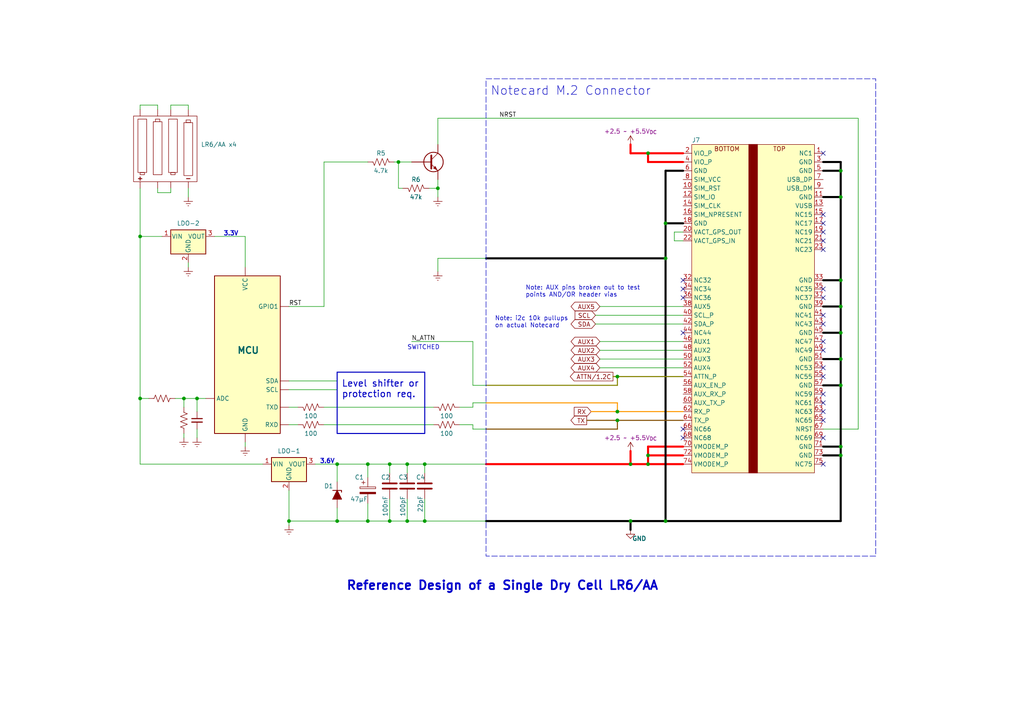
<source format=kicad_sch>
(kicad_sch (version 20230121) (generator eeschema)
  (paper "A4")
  (title_block (title "Single Dry Cell") (date "2023-07-31") (rev "A") (comment 1 "Blues Inc") (comment 2 "Heath Raftery"))
  (lib_symbols
    (symbol "Device:C" (pin_numbers hide) (pin_names (offset 0.254))
      (property "Reference" "C" (at 0.635 2.54 0))
      (property "Value" "C" (at 0.635 -2.54 0))
      (symbol "C_0_1"
        (polyline (pts (xy -2.032 -0.762) (xy 2.032 -0.762)) (stroke (width 0.508)))
        (polyline (pts (xy -2.032 0.762) (xy 2.032 0.762)) (stroke (width 0.508)))
      )
      (symbol "C_1_1"
        (pin passive line (at 0 3.81 270) (length 2.794) (name "~") (number "1"))
        (pin passive line (at 0 -3.81 90) (length 2.794) (name "~") (number "2"))
      )
    )
    (symbol "Device:C_Polarized" (pin_numbers hide) (pin_names (offset 0.254))
      (property "Reference" "C" (at 0.635 2.54 0))
      (property "Value" "C_Polarized" (at 0.635 -2.54 0))
      (symbol "C_Polarized_0_1"
        (rectangle (start -2.286 0.508) (end 2.286 1.016))
        (polyline (pts (xy -1.778 2.286) (xy -0.762 2.286)))
        (polyline (pts (xy -1.27 2.794) (xy -1.27 1.778)))
        (rectangle (start 2.286 -0.508) (end -2.286 -1.016) (fill (type outline)))
      )
      (symbol "C_Polarized_1_1"
        (pin passive line (at 0 3.81 270) (length 2.794) (name "~") (number "1"))
        (pin passive line (at 0 -3.81 90) (length 2.794) (name "~") (number "2"))
      )
    )
    (symbol "Device:C_Small" (pin_numbers hide) (pin_names (offset 0.254) hide)
      (property "Reference" "C" (at 0.254 1.778 0))
      (property "Value" "C_Small" (at 0.254 -2.032 0))
      (symbol "C_Small_0_1"
        (polyline (pts (xy -1.524 -0.508) (xy 1.524 -0.508)) (stroke (width 0.3302)))
        (polyline (pts (xy -1.524 0.508) (xy 1.524 0.508)) (stroke (width 0.3048)))
      )
      (symbol "C_Small_1_1"
        (pin passive line (at 0 2.54 270) (length 2.032) (name "~") (number "1"))
        (pin passive line (at 0 -2.54 90) (length 2.032) (name "~") (number "2"))
      )
    )
    (symbol "Device:D_Zener_Filled" (pin_numbers hide) (pin_names (offset 1.016) hide)
      (property "Reference" "D" (at 0 2.54 0))
      (property "Value" "D_Zener_Filled" (at 0 -2.54 0))
      (symbol "D_Zener_Filled_0_1"
        (polyline (pts (xy 1.27 0) (xy -1.27 0)))
        (polyline (pts (xy -1.27 -1.27) (xy -1.27 1.27) (xy -0.762 1.27)) (stroke (width 0.254)))
        (polyline (pts (xy 1.27 -1.27) (xy 1.27 1.27) (xy -1.27 0) (xy 1.27 -1.27)) (stroke (width 0.254)) (fill (type outline)))
      )
      (symbol "D_Zener_Filled_1_1"
        (pin passive line (at -3.81 0 0) (length 2.54) (name "K") (number "1"))
        (pin passive line (at 3.81 0 180) (length 2.54) (name "A") (number "2"))
      )
    )
    (symbol "Device:Q_NPN_BCE" (pin_numbers hide) (pin_names (offset 0) hide)
      (property "Reference" "Q" (at 5.08 1.27 0))
      (property "Value" "Q_NPN_BCE" (at 5.08 -1.27 0))
      (symbol "Q_NPN_BCE_0_1"
        (polyline (pts (xy 0.635 0.635) (xy 2.54 2.54)))
        (polyline (pts (xy 0.635 -0.635) (xy 2.54 -2.54) (xy 2.54 -2.54)))
        (polyline (pts (xy 0.635 1.905) (xy 0.635 -1.905) (xy 0.635 -1.905)) (stroke (width 0.508)))
        (polyline (pts (xy 1.27 -1.778) (xy 1.778 -1.27) (xy 2.286 -2.286) (xy 1.27 -1.778) (xy 1.27 -1.778)) (fill (type outline)))
        (circle (center 1.27 0) (radius 2.8194) (stroke (width 0.254)))
      )
      (symbol "Q_NPN_BCE_1_1"
        (pin input line (at -5.08 0 0) (length 5.715) (name "B") (number "1"))
        (pin passive line (at 2.54 5.08 270) (length 2.54) (name "C") (number "2"))
        (pin passive line (at 2.54 -5.08 90) (length 2.54) (name "E") (number "3"))
      )
    )
    (symbol "Device:R_US" (pin_numbers hide) (pin_names (offset 0))
      (property "Reference" "R" (at 2.54 0 90))
      (property "Value" "R_US" (at -2.54 0 90))
      (symbol "R_US_0_1"
        (polyline (pts (xy 0 -2.286) (xy 0 -2.54)))
        (polyline (pts (xy 0 2.286) (xy 0 2.54)))
        (polyline (pts (xy 0 -0.762) (xy 1.016 -1.143) (xy 0 -1.524) (xy -1.016 -1.905) (xy 0 -2.286)))
        (polyline (pts (xy 0 0.762) (xy 1.016 0.381) (xy 0 0) (xy -1.016 -0.381) (xy 0 -0.762)))
        (polyline (pts (xy 0 2.286) (xy 1.016 1.905) (xy 0 1.524) (xy -1.016 1.143) (xy 0 0.762)))
      )
      (symbol "R_US_1_1"
        (pin passive line (at 0 3.81 270) (length 1.27) (name "~") (number "1"))
        (pin passive line (at 0 -3.81 90) (length 1.27) (name "~") (number "2"))
      )
    )
    (symbol "MCU_Module:Adafruit_Feather_Generic" (pin_numbers hide)
      (property "Reference" "MCU" (at -2.54 1.27 0))
      (symbol "Adafruit_Feather_Generic_0_1"
        (rectangle (start -8.89 22.86) (end 10.16 -22.86) (stroke (width 0.254)) (fill (type background)))
      )
      (symbol "Adafruit_Feather_Generic_1_1"
        (pin output line (at 12.7 -15.24 180) (length 2.54) (name "TXD") (number "14"))
        (pin input line (at 12.7 -20.32 180) (length 2.54) (name "RXD") (number "15"))
        (pin bidirectional line (at 12.7 -7.62 180) (length 2.54) (name "SDA") (number "17"))
        (pin bidirectional line (at 12.7 -10.16 180) (length 2.54) (name "SCL") (number "18"))
        (pin power_in line (at 0 25.4 270) (length 2.54) (name "VCC") (number "2"))
        (pin power_in line (at 0 -25.4 90) (length 2.54) (name "GND") (number "4"))
        (pin bidirectional line (at -11.43 -12.7 0) (length 2.54) (name "ADC") (number "5"))
        (pin bidirectional line (at 12.7 13.97 180) (length 2.54) (name "GPIO1") (number "6"))
      )
    )
    (symbol "Regulator_Linear:AP2204R-3.3" (pin_names (offset 0.254))
      (property "Reference" "U" (at -5.08 3.175 0))
      (property "Value" "AP2204R-3.3" (at 0 3.175 0))
      (symbol "AP2204R-3.3_0_1"
        (rectangle (start -5.08 1.905) (end 5.08 -5.08) (stroke (width 0.254)) (fill (type background)))
      )
      (symbol "AP2204R-3.3_1_1"
        (pin power_in line (at -7.62 0 0) (length 2.54) (name "VIN") (number "1"))
        (pin power_in line (at 0 -7.62 90) (length 2.54) (name "GND") (number "2"))
        (pin power_out line (at 7.62 0 180) (length 2.54) (name "VOUT") (number "3"))
      )
    )
    (symbol "blues-kicad-lib:Battery" (pin_numbers hide) (pin_names (offset 0.002) hide)
      (property "Value" "LR6/AA x4" (at 8.89 -0.0025 90))
      (symbol "Battery_0_1"
        (rectangle (start -11.43 9.525) (end 6.985 -9.525))
        (rectangle (start -10.16 7.62) (end -7.62 -7.747))
        (rectangle (start -9.525 8.382) (end -8.255 7.62))
        (rectangle (start -5.715 8.636) (end -3.175 -6.858))
        (rectangle (start -5.08 -6.858) (end -3.81 -7.493))
        (rectangle (start -1.27 7.874) (end 1.27 -7.493))
        (rectangle (start -0.635 8.636) (end 0.635 7.874))
        (polyline (pts (xy -9.398 -8.636) (xy -8.382 -8.636)) (stroke (width 0.254)))
        (polyline (pts (xy 4.572 -8.636) (xy 5.588 -8.636)) (stroke (width 0.254)))
        (polyline (pts (xy 5.08 -8.128) (xy 5.08 -9.144)) (stroke (width 0.254)))
        (rectangle (start 3.175 8.636) (end 5.715 -6.858))
        (rectangle (start 3.81 -6.858) (end 5.08 -7.493))
      )
      (symbol "Battery_1_1"
        (pin power_out line (at 5.08 -11.43 90) (length 1.9) (name "+") (number "1"))
        (pin power_out line (at 5.08 11.43 270) (length 1.9) (name "-") (number "2"))
        (pin power_out line (at 0 11.43 270) (length 1.9) (name "-") (number "3"))
        (pin power_out line (at 0 -11.43 90) (length 1.9) (name "-") (number "4"))
        (pin power_out line (at -3.81 -11.43 90) (length 1.9) (name "-") (number "5"))
        (pin power_out line (at -3.81 11.43 270) (length 1.9) (name "-") (number "6"))
        (pin power_out line (at -8.89 11.43 270) (length 1.9) (name "-") (number "7"))
        (pin power_out line (at -8.89 -11.43 90) (length 1.9) (name "-") (number "8"))
      )
    )
    (symbol "blues-kicad-lib:MDT420E01001"
      (property "Reference" "J" (at -16.51 50.8 0))
      (property "Value" "MDT420E01001" (at -10.16 48.26 0))
      (symbol "MDT420E01001_0_0"
        (rectangle (start -8.89 45.72) (end -8.89 45.72))
        (rectangle (start -8.89 45.72) (end -8.89 45.72))
        (text "BOTTOM" (at -7.62 45.72 0) (effects (font (size 1.27 1.27))))
        (text "TOP" (at 7.62 45.72 0) (effects (font (size 1.27 1.27))))
      )
      (symbol "MDT420E01001_0_1"
        (rectangle (start -17.78 46.99) (end 17.78 -48.26) (fill (type background)))
        (rectangle (start -1.27 46.99) (end 1.27 -48.26) (fill (type outline)))
      )
      (symbol "MDT420E01001_1_1"
        (pin passive line (at 20.32 44.45 180) (length 2.54) (name "NC1") (number "1"))
        (pin passive line (at -20.32 34.29 0) (length 2.54) (name "SIM_RST") (number "10"))
        (pin power_in line (at 20.32 31.75 180) (length 2.54) (name "GND") (number "11"))
        (pin passive line (at -20.32 31.75 0) (length 2.54) (name "SIM_IO") (number "12"))
        (pin power_in line (at 20.32 29.21 180) (length 2.54) (name "VUSB") (number "13"))
        (pin passive line (at -20.32 29.21 0) (length 2.54) (name "SIM_CLK") (number "14"))
        (pin passive line (at 20.32 26.67 180) (length 2.54) (name "NC15") (number "15"))
        (pin passive line (at -20.32 26.67 0) (length 2.54) (name "SIM_NPRESENT") (number "16"))
        (pin passive line (at 20.32 24.13 180) (length 2.54) (name "NC17") (number "17"))
        (pin power_in line (at -20.32 24.13 0) (length 2.54) (name "GND") (number "18"))
        (pin passive line (at 20.32 21.59 180) (length 2.54) (name "NC19") (number "19"))
        (pin power_in line (at -20.32 44.45 0) (length 2.54) (name "VIO_P") (number "2"))
        (pin power_out line (at -20.32 21.59 0) (length 2.54) (name "VACT_GPS_OUT") (number "20"))
        (pin passive line (at 20.32 19.05 180) (length 2.54) (name "NC21") (number "21"))
        (pin power_in line (at -20.32 19.05 0) (length 2.54) (name "VACT_GPS_IN") (number "22"))
        (pin passive line (at 20.32 16.51 180) (length 2.54) (name "NC23") (number "23"))
        (pin power_in line (at 20.32 41.91 180) (length 2.54) (name "GND") (number "3"))
        (pin passive line (at -20.32 7.62 0) (length 2.54) (name "NC32") (number "32"))
        (pin power_in line (at 20.32 7.62 180) (length 2.54) (name "GND") (number "33"))
        (pin passive line (at -20.32 5.08 0) (length 2.54) (name "NC34") (number "34"))
        (pin passive line (at 20.32 5.08 180) (length 2.54) (name "NC35") (number "35"))
        (pin passive line (at -20.32 2.54 0) (length 2.54) (name "NC36") (number "36"))
        (pin passive line (at 20.32 2.54 180) (length 2.54) (name "NC37") (number "37"))
        (pin passive line (at -20.32 0 0) (length 2.54) (name "AUX5") (number "38"))
        (pin power_in line (at 20.32 0 180) (length 2.54) (name "GND") (number "39"))
        (pin power_in line (at -20.32 41.91 0) (length 2.54) (name "VIO_P") (number "4"))
        (pin passive line (at -20.32 -2.54 0) (length 2.54) (name "SCL_P") (number "40"))
        (pin passive line (at 20.32 -2.54 180) (length 2.54) (name "NC41") (number "41"))
        (pin passive line (at -20.32 -5.08 0) (length 2.54) (name "SDA_P") (number "42"))
        (pin passive line (at 20.32 -5.08 180) (length 2.54) (name "NC43") (number "43"))
        (pin passive line (at -20.32 -7.62 0) (length 2.54) (name "NC44") (number "44"))
        (pin power_in line (at 20.32 -7.62 180) (length 2.54) (name "GND") (number "45"))
        (pin passive line (at -20.32 -10.16 0) (length 2.54) (name "AUX1") (number "46"))
        (pin passive line (at 20.32 -10.16 180) (length 2.54) (name "NC47") (number "47"))
        (pin passive line (at -20.32 -12.7 0) (length 2.54) (name "AUX2") (number "48"))
        (pin passive line (at 20.32 -12.7 180) (length 2.54) (name "NC49") (number "49"))
        (pin power_in line (at 20.32 39.37 180) (length 2.54) (name "GND") (number "5"))
        (pin passive line (at -20.32 -15.24 0) (length 2.54) (name "AUX3") (number "50"))
        (pin power_in line (at 20.32 -15.24 180) (length 2.54) (name "GND") (number "51"))
        (pin passive line (at -20.32 -17.78 0) (length 2.54) (name "AUX4") (number "52"))
        (pin passive line (at 20.32 -17.78 180) (length 2.54) (name "NC53") (number "53"))
        (pin passive line (at -20.32 -20.32 0) (length 2.54) (name "ATTN_P") (number "54"))
        (pin passive line (at 20.32 -20.32 180) (length 2.54) (name "NC55") (number "55"))
        (pin passive line (at -20.32 -22.86 0) (length 2.54) (name "AUX_EN_P") (number "56"))
        (pin power_in line (at 20.32 -22.86 180) (length 2.54) (name "GND") (number "57"))
        (pin passive line (at -20.32 -25.4 0) (length 2.54) (name "AUX_RX_P") (number "58"))
        (pin passive line (at 20.32 -25.4 180) (length 2.54) (name "NC59") (number "59"))
        (pin power_in line (at -20.32 39.37 0) (length 2.54) (name "GND") (number "6"))
        (pin passive line (at -20.32 -27.94 0) (length 2.54) (name "AUX_TX_P") (number "60"))
        (pin passive line (at 20.32 -27.94 180) (length 2.54) (name "NC61") (number "61"))
        (pin passive line (at -20.32 -30.48 0) (length 2.54) (name "RX_P") (number "62"))
        (pin passive line (at 20.32 -30.48 180) (length 2.54) (name "NC63") (number "63"))
        (pin passive line (at -20.32 -33.02 0) (length 2.54) (name "TX_P") (number "64"))
        (pin passive line (at 20.32 -33.02 180) (length 2.54) (name "NC65") (number "65"))
        (pin passive line (at -20.32 -35.56 0) (length 2.54) (name "NC66") (number "66"))
        (pin passive line (at 20.32 -35.56 180) (length 2.54) (name "NRST") (number "67"))
        (pin passive line (at -20.32 -38.1 0) (length 2.54) (name "NC68") (number "68"))
        (pin passive line (at 20.32 -38.1 180) (length 2.54) (name "NC69") (number "69"))
        (pin passive line (at 20.32 36.83 180) (length 2.54) (name "USB_DP") (number "7"))
        (pin power_in line (at -20.32 -40.64 0) (length 2.54) (name "VMODEM_P") (number "70"))
        (pin power_in line (at 20.32 -40.64 180) (length 2.54) (name "GND") (number "71"))
        (pin power_in line (at -20.32 -43.18 0) (length 2.54) (name "VMODEM_P") (number "72"))
        (pin power_in line (at 20.32 -43.18 180) (length 2.54) (name "GND") (number "73"))
        (pin power_in line (at -20.32 -45.72 0) (length 2.54) (name "VMODEM_P") (number "74"))
        (pin passive line (at 20.32 -45.72 180) (length 2.54) (name "NC75") (number "75"))
        (pin power_out line (at -20.32 36.83 0) (length 2.54) (name "SIM_VCC") (number "8"))
        (pin passive line (at 20.32 34.29 180) (length 2.54) (name "USB_DM") (number "9"))
      )
    )
    (symbol "power:+BATT" (power) (pin_names (offset 0))
      (property "Value" "+BATT" (at 0 3.556 0))
      (symbol "+BATT_0_1"
        (polyline (pts (xy -0.762 1.27) (xy 0 2.54)))
        (polyline (pts (xy 0 0) (xy 0 2.54)))
        (polyline (pts (xy 0 2.54) (xy 0.762 1.27)))
      )
      (symbol "+BATT_1_1"
        (pin power_in line (at 0 0 90) (length 0) hide (name "+BATT") (number "1"))
      )
    )
    (symbol "power:Earth" (power) (pin_names (offset 0))
      (symbol "Earth_0_1"
        (polyline (pts (xy -0.635 -1.905) (xy 0.635 -1.905)))
        (polyline (pts (xy -0.127 -2.54) (xy 0.127 -2.54)))
        (polyline (pts (xy 0 -1.27) (xy 0 0)))
        (polyline (pts (xy 1.27 -1.27) (xy -1.27 -1.27)))
      )
      (symbol "Earth_1_1"
        (pin power_in line (at 0 0 270) (length 0) hide (name "Earth") (number "1"))
      )
    )
    (symbol "power:GND" (power) (pin_names (offset 0))
      (property "Value" "GND" (at 0 -3.81 0))
      (symbol "GND_0_1"
        (polyline (pts (xy 0 0) (xy 0 -1.27) (xy 1.27 -1.27) (xy 0 -2.54) (xy -1.27 -1.27) (xy 0 -1.27)))
      )
      (symbol "GND_1_1"
        (pin power_in line (at 0 0 270) (length 0) hide (name "GND") (number "1"))
      )
    )
    (symbol "power:VCC" (power) (pin_names (offset 0))
      (property "Value" "VCC" (at 0 3.81 0))
      (symbol "VCC_0_1"
        (polyline (pts (xy -0.762 1.27) (xy 0 2.54)))
        (polyline (pts (xy 0 0) (xy 0 2.54)))
        (polyline (pts (xy 0 2.54) (xy 0.762 1.27)))
      )
      (symbol "VCC_1_1"
        (pin power_in line (at 0 0 90) (length 0) hide (name "VCC") (number "1"))
      )
    )
  )
  (junction (at 40.64 68.58))
  (junction (at 113.03 151.13))
  (junction (at 118.11 151.13))
  (junction (at 193.04 64.77))
  (junction (at 243.84 111.76))
  (junction (at 127 54.61))
  (junction (at 97.79 151.13))
  (junction (at 243.84 132.08))
  (junction (at 243.84 129.54))
  (junction (at 243.84 96.52))
  (junction (at 243.84 57.15))
  (junction (at 187.96 44.45))
  (junction (at 243.84 104.14))
  (junction (at 243.84 88.9))
  (junction (at 40.64 115.57))
  (junction (at 118.11 134.62))
  (junction (at 179.07 109.22))
  (junction (at 106.68 134.62))
  (junction (at 83.82 151.13))
  (junction (at 182.88 134.62))
  (junction (at 115.57 46.99))
  (junction (at 97.79 134.62))
  (junction (at 123.19 134.62))
  (junction (at 179.07 119.38))
  (junction (at 243.84 81.28))
  (junction (at 53.34 115.57))
  (junction (at 179.07 121.92))
  (junction (at 182.88 151.13))
  (junction (at 193.04 74.93))
  (junction (at 123.19 151.13))
  (junction (at 243.84 49.53))
  (junction (at 187.96 132.08))
  (junction (at 113.03 134.62))
  (junction (at 193.04 151.13))
  (junction (at 106.68 151.13))
  (junction (at 187.96 134.62))
  (junction (at 57.15 115.57))
  (no_connect (at 198.12 124.46))
  (no_connect (at 238.76 72.39))
  (no_connect (at 198.12 81.28))
  (no_connect (at 198.12 96.52))
  (no_connect (at 238.76 44.45))
  (no_connect (at 238.76 99.06))
  (no_connect (at 238.76 119.38))
  (no_connect (at 238.76 101.6))
  (no_connect (at 198.12 127))
  (no_connect (at 238.76 64.77))
  (no_connect (at 238.76 69.85))
  (no_connect (at 198.12 83.82))
  (no_connect (at 238.76 116.84))
  (no_connect (at 238.76 91.44))
  (no_connect (at 238.76 93.98))
  (no_connect (at 238.76 134.62))
  (no_connect (at 238.76 121.92))
  (no_connect (at 198.12 86.36))
  (no_connect (at 238.76 127))
  (no_connect (at 238.76 106.68))
  (no_connect (at 238.76 114.3))
  (no_connect (at 238.76 109.22))
  (no_connect (at 238.76 86.36))
  (no_connect (at 238.76 83.82))
  (no_connect (at 238.76 67.31))
  (no_connect (at 238.76 62.23))
  (wire (pts (xy 133.35 123.19) (xy 137.16 123.19)))
  (wire (pts (xy 127 34.29) (xy 127 41.91)))
  (wire (pts (xy 182.88 130.81) (xy 182.88 134.62)) (stroke (width 0.6) (color 255 0 0 1)))
  (wire (pts (xy 71.12 128.27) (xy 71.12 129.54)))
  (wire (pts (xy 106.68 151.13) (xy 113.03 151.13)))
  (wire (pts (xy 238.76 81.28) (xy 243.84 81.28)) (stroke (width 0.6) (color 0 0 0 1)))
  (wire (pts (xy 238.76 104.14) (xy 243.84 104.14)) (stroke (width 0.6) (color 0 0 0 1)))
  (wire (pts (xy 91.44 134.62) (xy 97.79 134.62)))
  (wire (pts (xy 97.79 147.32) (xy 97.79 151.13)))
  (wire (pts (xy 118.11 144.78) (xy 118.11 151.13)))
  (wire (pts (xy 83.82 118.11) (xy 86.36 118.11)))
  (wire (pts (xy 114.3 46.99) (xy 115.57 46.99)))
  (wire (pts (xy 195.58 67.31) (xy 195.58 69.85)))
  (wire (pts (xy 137.16 124.46) (xy 140.97 124.46)))
  (wire (pts (xy 243.84 129.54) (xy 243.84 132.08)) (stroke (width 0.6) (color 0 0 0 1)))
  (wire (pts (xy 170.18 121.92) (xy 179.07 121.92)) (stroke (width 0.3) (color 128 77 0 1)))
  (wire (pts (xy 127 52.07) (xy 127 54.61)))
  (wire (pts (xy 113.03 134.62) (xy 118.11 134.62)))
  (wire (pts (xy 137.16 116.84) (xy 140.97 116.84)))
  (wire (pts (xy 115.57 46.99) (xy 115.57 54.61)))
  (wire (pts (xy 57.15 115.57) (xy 53.34 115.57)))
  (wire (pts (xy 113.03 151.13) (xy 118.11 151.13)))
  (wire (pts (xy 118.11 134.62) (xy 118.11 137.16)))
  (wire (pts (xy 119.38 46.99) (xy 115.57 46.99)))
  (wire (pts (xy 243.84 111.76) (xy 243.84 129.54)) (stroke (width 0.6) (color 0 0 0 1)))
  (wire (pts (xy 182.88 151.13) (xy 193.04 151.13)) (stroke (width 0.6) (color 0 0 0 1)))
  (wire (pts (xy 177.8 109.22) (xy 179.07 109.22)) (stroke (width 0.3) (color 132 132 0 1)))
  (wire (pts (xy 137.16 111.76) (xy 140.97 111.76)))
  (wire (pts (xy 127 78.74) (xy 127 74.93)))
  (wire (pts (xy 238.76 96.52) (xy 243.84 96.52)) (stroke (width 0.6) (color 0 0 0 1)))
  (wire (pts (xy 106.68 134.62) (xy 106.68 138.43)))
  (wire (pts (xy 238.76 46.99) (xy 243.84 46.99)) (stroke (width 0.6) (color 0 0 0 1)))
  (wire (pts (xy 57.15 124.46) (xy 57.15 127)))
  (wire (pts (xy 182.88 44.45) (xy 187.96 44.45)) (stroke (width 0.6) (color 255 0 0 1)))
  (wire (pts (xy 57.15 119.38) (xy 57.15 115.57)))
  (wire (pts (xy 54.61 30.48) (xy 54.61 31.75)))
  (wire (pts (xy 182.88 44.45) (xy 182.88 41.91)) (stroke (width 0.6) (color 255 0 0 1)))
  (wire (pts (xy 171.45 119.38) (xy 179.07 119.38)) (stroke (width 0.3) (color 255 153 0 1)))
  (wire (pts (xy 193.04 151.13) (xy 243.84 151.13)) (stroke (width 0.6) (color 0 0 0 1)))
  (wire (pts (xy 243.84 88.9) (xy 243.84 96.52)) (stroke (width 0.6) (color 0 0 0 1)))
  (wire (pts (xy 83.82 88.9) (xy 93.98 88.9)))
  (wire (pts (xy 83.82 110.49) (xy 97.79 110.49)))
  (wire (pts (xy 179.07 121.92) (xy 198.12 121.92)) (stroke (width 0.3) (color 128 77 0 1)))
  (wire (pts (xy 243.84 49.53) (xy 243.84 57.15)) (stroke (width 0.6) (color 0 0 0 1)))
  (wire (pts (xy 173.99 99.06) (xy 198.12 99.06)))
  (wire (pts (xy 173.99 106.68) (xy 198.12 106.68)))
  (wire (pts (xy 193.04 64.77) (xy 193.04 74.93)) (stroke (width 0.6) (color 0 0 0 1)))
  (wire (pts (xy 40.64 68.58) (xy 40.64 115.57)))
  (wire (pts (xy 83.82 151.13) (xy 97.79 151.13)))
  (wire (pts (xy 45.72 54.61) (xy 45.72 55.88)))
  (wire (pts (xy 238.76 111.76) (xy 243.84 111.76)) (stroke (width 0.6) (color 0 0 0 1)))
  (wire (pts (xy 113.03 134.62) (xy 113.03 137.16)))
  (wire (pts (xy 187.96 129.54) (xy 187.96 132.08)) (stroke (width 0.6) (color 255 0 0 1)))
  (wire (pts (xy 179.07 119.38) (xy 198.12 119.38)) (stroke (width 0.3) (color 255 153 0 1)))
  (wire (pts (xy 40.64 115.57) (xy 43.18 115.57)))
  (wire (pts (xy 71.12 68.58) (xy 71.12 77.47)))
  (wire (pts (xy 54.61 54.61) (xy 54.61 57.15)))
  (wire (pts (xy 238.76 57.15) (xy 243.84 57.15)) (stroke (width 0.6) (color 0 0 0 1)))
  (wire (pts (xy 118.11 134.62) (xy 123.19 134.62)))
  (wire (pts (xy 182.88 134.62) (xy 187.96 134.62)) (stroke (width 0.6) (color 255 0 0 1)))
  (wire (pts (xy 243.84 57.15) (xy 243.84 81.28)) (stroke (width 0.6) (color 0 0 0 1)))
  (wire (pts (xy 140.97 134.62) (xy 182.88 134.62)) (stroke (width 0.6) (color 255 0 0 1)))
  (wire (pts (xy 133.35 118.11) (xy 137.16 118.11)))
  (wire (pts (xy 49.53 55.88) (xy 45.72 55.88)))
  (wire (pts (xy 172.72 91.44) (xy 198.12 91.44)))
  (wire (pts (xy 137.16 118.11) (xy 137.16 116.84)))
  (wire (pts (xy 83.82 123.19) (xy 86.36 123.19)))
  (wire (pts (xy 123.19 144.78) (xy 123.19 151.13)))
  (wire (pts (xy 187.96 134.62) (xy 198.12 134.62)) (stroke (width 0.6) (color 255 0 0 1)))
  (wire (pts (xy 198.12 46.99) (xy 187.96 46.99)) (stroke (width 0.6) (color 255 0 0 1)))
  (wire (pts (xy 123.19 134.62) (xy 140.97 134.62)))
  (wire (pts (xy 187.96 132.08) (xy 198.12 132.08)) (stroke (width 0.6) (color 255 0 0 1)))
  (wire (pts (xy 83.82 151.13) (xy 83.82 152.4)))
  (wire (pts (xy 40.64 134.62) (xy 40.64 115.57)))
  (wire (pts (xy 93.98 118.11) (xy 125.73 118.11)))
  (wire (pts (xy 54.61 76.2) (xy 54.61 77.47)))
  (wire (pts (xy 137.16 99.06) (xy 137.16 111.76)))
  (wire (pts (xy 243.84 46.99) (xy 243.84 49.53)) (stroke (width 0.6) (color 0 0 0 1)))
  (wire (pts (xy 62.23 68.58) (xy 71.12 68.58)))
  (wire (pts (xy 113.03 144.78) (xy 113.03 151.13)))
  (wire (pts (xy 97.79 151.13) (xy 106.68 151.13)))
  (wire (pts (xy 172.72 93.98) (xy 198.12 93.98)))
  (wire (pts (xy 127 57.15) (xy 127 54.61)))
  (wire (pts (xy 198.12 67.31) (xy 195.58 67.31)))
  (wire (pts (xy 243.84 132.08) (xy 243.84 151.13)) (stroke (width 0.6) (color 0 0 0 1)))
  (wire (pts (xy 238.76 88.9) (xy 243.84 88.9)) (stroke (width 0.6) (color 0 0 0 1)))
  (wire (pts (xy 40.64 54.61) (xy 40.64 68.58)))
  (wire (pts (xy 248.92 124.46) (xy 248.92 34.29)))
  (wire (pts (xy 140.97 111.76) (xy 179.07 111.76)) (stroke (width 0.3) (color 132 132 0 1)))
  (wire (pts (xy 243.84 104.14) (xy 243.84 111.76)) (stroke (width 0.6) (color 0 0 0 1)))
  (wire (pts (xy 106.68 134.62) (xy 113.03 134.62)))
  (wire (pts (xy 173.99 101.6) (xy 198.12 101.6)))
  (wire (pts (xy 125.73 123.19) (xy 93.98 123.19)))
  (wire (pts (xy 195.58 69.85) (xy 198.12 69.85)))
  (wire (pts (xy 248.92 124.46) (xy 238.76 124.46)))
  (wire (pts (xy 115.57 54.61) (xy 116.84 54.61)))
  (wire (pts (xy 187.96 44.45) (xy 198.12 44.45)) (stroke (width 0.6) (color 255 0 0 1)))
  (wire (pts (xy 119.38 99.06) (xy 137.16 99.06)))
  (wire (pts (xy 193.04 49.53) (xy 198.12 49.53)) (stroke (width 0.6) (color 0 0 0 1)))
  (wire (pts (xy 57.15 115.57) (xy 59.69 115.57)))
  (wire (pts (xy 187.96 46.99) (xy 187.96 44.45)) (stroke (width 0.6) (color 255 0 0 1)))
  (wire (pts (xy 193.04 74.93) (xy 193.04 151.13)) (stroke (width 0.6) (color 0 0 0 1)))
  (wire (pts (xy 76.2 134.62) (xy 40.64 134.62)))
  (wire (pts (xy 179.07 124.46) (xy 179.07 121.92)) (stroke (width 0.3) (color 128 77 0 1)))
  (wire (pts (xy 179.07 124.46) (xy 140.97 124.46)) (stroke (width 0.3) (color 128 77 0 1)))
  (wire (pts (xy 140.97 74.93) (xy 193.04 74.93)) (stroke (width 0.6) (color 0 0 0 1)))
  (wire (pts (xy 123.19 151.13) (xy 140.97 151.13)))
  (wire (pts (xy 40.64 30.48) (xy 45.72 30.48)))
  (wire (pts (xy 173.99 104.14) (xy 198.12 104.14)))
  (wire (pts (xy 179.07 111.76) (xy 179.07 109.22)) (stroke (width 0.3) (color 132 132 0 1)))
  (wire (pts (xy 238.76 132.08) (xy 243.84 132.08)) (stroke (width 0.6) (color 0 0 0 1)))
  (wire (pts (xy 93.98 88.9) (xy 93.98 46.99)))
  (wire (pts (xy 40.64 68.58) (xy 46.99 68.58)))
  (wire (pts (xy 49.53 30.48) (xy 54.61 30.48)))
  (wire (pts (xy 53.34 125.73) (xy 53.34 127)))
  (wire (pts (xy 93.98 46.99) (xy 106.68 46.99)))
  (wire (pts (xy 193.04 64.77) (xy 198.12 64.77)) (stroke (width 0.6) (color 0 0 0 1)))
  (wire (pts (xy 182.88 151.13) (xy 182.88 153.67)) (stroke (width 0.6) (color 0 0 0 1)))
  (wire (pts (xy 45.72 30.48) (xy 45.72 31.75)))
  (wire (pts (xy 106.68 146.05) (xy 106.68 151.13)))
  (wire (pts (xy 118.11 151.13) (xy 123.19 151.13)))
  (wire (pts (xy 173.99 88.9) (xy 198.12 88.9)))
  (wire (pts (xy 187.96 132.08) (xy 187.96 134.62)) (stroke (width 0.6) (color 255 0 0 1)))
  (wire (pts (xy 238.76 49.53) (xy 243.84 49.53)) (stroke (width 0.6) (color 0 0 0 1)))
  (wire (pts (xy 193.04 49.53) (xy 193.04 64.77)) (stroke (width 0.6) (color 0 0 0 1)))
  (wire (pts (xy 238.76 129.54) (xy 243.84 129.54)) (stroke (width 0.6) (color 0 0 0 1)))
  (wire (pts (xy 248.92 34.29) (xy 127 34.29)))
  (wire (pts (xy 179.07 116.84) (xy 140.97 116.84)) (stroke (width 0.3) (color 255 153 0 1)))
  (wire (pts (xy 187.96 129.54) (xy 198.12 129.54)) (stroke (width 0.6) (color 255 0 0 1)))
  (wire (pts (xy 127 74.93) (xy 140.97 74.93)))
  (wire (pts (xy 97.79 139.7) (xy 97.79 134.62)))
  (wire (pts (xy 243.84 96.52) (xy 243.84 104.14)) (stroke (width 0.6) (color 0 0 0 1)))
  (wire (pts (xy 83.82 113.03) (xy 97.79 113.03)))
  (wire (pts (xy 83.82 142.24) (xy 83.82 151.13)))
  (wire (pts (xy 140.97 151.13) (xy 182.88 151.13)) (stroke (width 0.6) (color 0 0 0 1)))
  (wire (pts (xy 137.16 123.19) (xy 137.16 124.46)))
  (wire (pts (xy 243.84 81.28) (xy 243.84 88.9)) (stroke (width 0.6) (color 0 0 0 1)))
  (wire (pts (xy 40.64 31.75) (xy 40.64 30.48)))
  (wire (pts (xy 97.79 134.62) (xy 106.68 134.62)))
  (wire (pts (xy 49.53 31.75) (xy 49.53 30.48)))
  (wire (pts (xy 179.07 116.84) (xy 179.07 119.38)) (stroke (width 0.3) (color 255 153 0 1)))
  (wire (pts (xy 49.53 54.61) (xy 49.53 55.88)))
  (wire (pts (xy 123.19 134.62) (xy 123.19 137.16)))
  (wire (pts (xy 127 54.61) (xy 124.46 54.61)))
  (wire (pts (xy 53.34 115.57) (xy 53.34 118.11)))
  (wire (pts (xy 179.07 109.22) (xy 198.12 109.22)) (stroke (width 0.3) (color 132 132 0 1)))
  (wire (pts (xy 50.8 115.57) (xy 53.34 115.57)))
  (rectangle (start 97.79 107.95) (end 123.19 125.73) (stroke (width 0.3)))
  (rectangle (start 140.97 22.86) (end 254 161.29) (stroke (width 0) (type dash)))
  (text "3.3V" (at 64.77 68.58 0) (effects (font (size 1.27 1.27) (thickness 0.254) bold) (justify left bottom)))
  (text "3.6V" (at 92.71 134.62 0) (effects (font (size 1.27 1.27) (thickness 0.254) bold) (justify left bottom)))
  (text "Note: i2c 10k pullups\non actual Notecard" (at 143.51 95.25 0) (effects (font (size 1.27 1.27)) (justify left bottom)))
  (text "Level shifter or\nprotection req." (at 99.06 115.57 0) (effects (font (size 1.9 1.9) (thickness 0.254) bold) (justify left bottom)))
  (text "Reference Design of a Single Dry Cell LR6/AA" (at 100.33 171.45 0) (effects (font (size 2.54 2.54) (thickness 0.508) bold) (justify left bottom)))
  (text "SWITCHED" (at 118.11 101.6 0) (effects (font (size 1.27 1.27)) (justify left bottom)))
  (text "Note: AUX pins broken out to test\npoints AND/OR header vias" (at 152.4 86.36 0) (effects (font (size 1.27 1.27)) (justify left bottom)))
  (text "Notecard M.2 Connector" (at 142.24 27.94 0) (effects (font (size 2.54 2.54)) (justify left bottom)))
  (label "NRST" (at 144.78 34.29 0))
  (label "N_ATTN" (at 119.38 99.06 0))
  (label "RST" (at 83.82 88.9 0))
  (global_label "TX" (shape output) (at 170.18 121.92 180) (property "Intersheetrefs" "${INTERSHEET_REFS}" (effects hide)))
  (global_label "SDA" (shape bidirectional) (at 172.72 93.98 180) (property "Intersheetrefs" "${INTERSHEET_REFS}" (effects hide)))
  (global_label "SCL" (shape input) (at 172.72 91.44 180) (property "Intersheetrefs" "${INTERSHEET_REFS}" (effects hide)))
  (global_label "AUX2" (shape bidirectional) (at 173.99 101.6 180) (property "Intersheetrefs" "${INTERSHEET_REFS}" (effects hide)))
  (global_label "RX" (shape input) (at 171.45 119.38 180) (property "Intersheetrefs" "${INTERSHEET_REFS}" (effects hide)))
  (global_label "AUX4" (shape bidirectional) (at 173.99 106.68 180) (property "Intersheetrefs" "${INTERSHEET_REFS}" (effects hide)))
  (global_label "AUX3" (shape bidirectional) (at 173.99 104.14 180) (property "Intersheetrefs" "${INTERSHEET_REFS}" (effects hide)))
  (global_label "AUX5" (shape bidirectional) (at 173.99 88.9 180) (property "Intersheetrefs" "${INTERSHEET_REFS}" (effects hide)))
  (global_label "ATTN{slash}1.2C" (shape output) (at 177.8 109.22 180) (property "Intersheetrefs" "${INTERSHEET_REFS}" (effects hide)))
  (global_label "AUX1" (shape bidirectional) (at 173.99 99.06 180) (property "Intersheetrefs" "${INTERSHEET_REFS}" (effects hide)))
  (symbol (lib_id "Device:R_US") (at 90.17 123.19 90) (mirror x) (unit 1)
    (property "Reference" "R2" (effects hide))
    (property "Value" "100" (at 90.17 125.73 90))
  )
  (symbol (lib_id "Device:R_US") (at 120.65 54.61 90) (mirror x) (unit 1)
    (property "Reference" "R6" (at 120.65 52.07 90))
    (property "Value" "47k" (at 120.65 57.15 90))
  )
  (symbol (lib_id "blues-kicad-lib:MDT420E01001") (at 218.44 88.9 0) (unit 1)
    (property "Reference" "J7" (at 200.66 40.64 0) (effects (justify left)))
    (property "Value" "MDT420E01001" (effects hide))
    (property "Footprint" "blues-kicad-lib:J-75-0050-MOS-M2-E" (effects hide))
    (property "Datasheet" "https://cdn.amphenol-cs.com/media/wysiwyg/files/drawing/mdtxxxxxx001.pdf" (effects hide))
    (property "Description" "CONN. M.2 75P M/90° P=0.5 MDT420E01001 AMPHENOL SMT" (effects hide))
    (property "Temperature" "-40°..+80°" (effects hide))
    (property "Pkg Type" "SMD" (effects hide))
  )
  (symbol (lib_id "power:Earth") (at 54.61 57.15 0) (mirror y) (unit 1)
    (property "Reference" "#PWR023" (effects hide))
    (property "Value" "Earth" (effects hide))
  )
  (symbol (lib_id "Device:C") (at 123.19 140.97 0) (unit 1)
    (property "Reference" "C4" (at 120.65 138.43 0) (effects (justify left)))
    (property "Value" "22pF" (at 121.92 148.59 90) (effects (justify left)))
  )
  (symbol (lib_id "Device:R_US") (at 129.54 118.11 90) (mirror x) (unit 1)
    (property "Reference" "R" (effects hide))
    (property "Value" "100" (at 129.54 120.65 90))
  )
  (symbol (lib_id "power:VCC") (at 182.88 41.91 0) (unit 1)
    (property "Reference" "#PWR038" (effects hide))
    (property "Value" "VCC" (effects hide))
    (property "Comment" "+2.5 ~ +5.5V_{DC}" (at 182.88 38.1 0))
  )
  (symbol (lib_id "power:Earth") (at 83.82 152.4 0) (unit 1)
    (property "Reference" "#PWR026" (effects hide))
    (property "Value" "Earth" (effects hide))
  )
  (symbol (lib_id "power:Earth") (at 127 78.74 0) (unit 1)
    (property "Reference" "#PWR019" (effects hide))
    (property "Value" "Earth" (effects hide))
  )
  (symbol (lib_id "power:Earth") (at 127 57.15 0) (unit 1)
    (property "Reference" "#PWR021" (effects hide))
    (property "Value" "Earth" (effects hide))
  )
  (symbol (lib_id "Device:R_US") (at 53.34 121.92 180) (unit 1)
    (property "Reference" "R4" (effects hide))
    (property "Value" "100" (effects hide))
  )
  (symbol (lib_id "Device:R_US") (at 110.49 46.99 90) (mirror x) (unit 1)
    (property "Reference" "R5" (at 110.49 44.45 90))
    (property "Value" "4.7k" (at 110.49 49.53 90))
  )
  (symbol (lib_id "power:Earth") (at 53.34 127 0) (unit 1)
    (property "Reference" "#PWR024" (effects hide))
    (property "Value" "Earth" (effects hide))
  )
  (symbol (lib_id "Device:C") (at 113.03 140.97 0) (unit 1)
    (property "Reference" "C2" (at 110.49 138.43 0) (effects (justify left)))
    (property "Value" "100nF" (at 111.76 149.86 90) (effects (justify left)))
  )
  (symbol (lib_id "power:Earth") (at 57.15 127 0) (unit 1)
    (property "Reference" "#PWR025" (effects hide))
    (property "Value" "Earth" (effects hide))
  )
  (symbol (lib_id "Device:R_US") (at 129.54 123.19 90) (mirror x) (unit 1)
    (property "Reference" "R" (effects hide))
    (property "Value" "100" (at 129.54 125.73 90))
  )
  (symbol (lib_id "MCU_Module:Adafruit_Feather_Generic") (at 71.12 102.87 0) (unit 1)
    (property "Reference" "MCU" (at 68.58 101.6 0) (effects (font (size 1.9 1.9) bold) (justify left)))
  )
  (symbol (lib_id "Regulator_Linear:AP2204R-3.3") (at 83.82 134.62 0) (unit 1)
    (property "Reference" "LDO-1" (at 83.82 130.81 0))
  )
  (symbol (lib_id "Device:C_Polarized") (at 106.68 142.24 0) (unit 1)
    (property "Reference" "C1" (at 102.87 138.43 0) (effects (justify left)))
    (property "Value" "47µF" (at 101.6 144.78 0) (effects (justify left)))
  )
  (symbol (lib_id "Device:R_US") (at 46.99 115.57 90) (unit 1)
    (property "Reference" "R3" (effects hide))
    (property "Value" "100" (effects hide))
  )
  (symbol (lib_id "Device:Q_NPN_BCE") (at 124.46 46.99 0) (unit 1)
    (property "Reference" "Q1" (effects hide))
    (property "Value" "Q_NPN_BCE" (effects hide))
  )
  (symbol (lib_id "Regulator_Linear:AP2204R-3.3") (at 54.61 68.58 0) (unit 1)
    (property "Reference" "LDO-2" (at 54.61 64.77 0))
  )
  (symbol (lib_id "Device:C_Small") (at 57.15 121.92 0) (unit 1)
    (property "Reference" "C6" (effects hide))
    (property "Value" "C_Small" (effects hide))
  )
  (symbol (lib_id "power:Earth") (at 71.12 129.54 0) (unit 1)
    (property "Reference" "#PWR022" (effects hide))
    (property "Value" "Earth" (effects hide))
  )
  (symbol (lib_id "power:Earth") (at 54.61 77.47 0) (unit 1)
    (property "Reference" "#PWR037" (effects hide))
    (property "Value" "Earth" (effects hide))
  )
  (symbol (lib_id "Device:D_Zener_Filled") (at 97.79 143.51 270) (unit 1)
    (property "Reference" "D1" (at 93.98 140.97 90) (effects (justify left)))
    (property "Value" "D_Zener_Filled" (effects hide))
  )
  (symbol (lib_id "Device:R_US") (at 90.17 118.11 90) (mirror x) (unit 1)
    (property "Reference" "R1" (effects hide))
    (property "Value" "100" (at 90.17 120.65 90))
  )
  (symbol (lib_id "Device:C") (at 118.11 140.97 0) (unit 1)
    (property "Reference" "C3" (at 115.57 138.43 0) (effects (justify left)))
    (property "Value" "100pF" (at 116.84 149.86 90) (effects (justify left)))
  )
  (symbol (lib_id "blues-kicad-lib:Battery") (at 45.72 43.18 0) (mirror y) (unit 1)
    (property "Reference" "BAT1" (effects hide))
    (property "Value" "LR6/AA x4" (at 63.5 41.91 0))
  )
  (symbol (lib_id "power:GND") (at 182.88 153.67 0) (unit 1)
    (property "Reference" "#PWR020" (effects hide))
    (property "Value" "GND" (at 185.42 156.21 0) (effects (font bold)))
  )
  (symbol (lib_id "power:+BATT") (at 182.88 130.81 0) (unit 1)
    (property "Reference" "#PWR018" (effects hide))
    (property "Value" "+BATT" (effects hide))
    (property "Comment" "+2.5 ~ +5.5V_{DC}" (at 182.88 127 0))
  )
)
</source>
